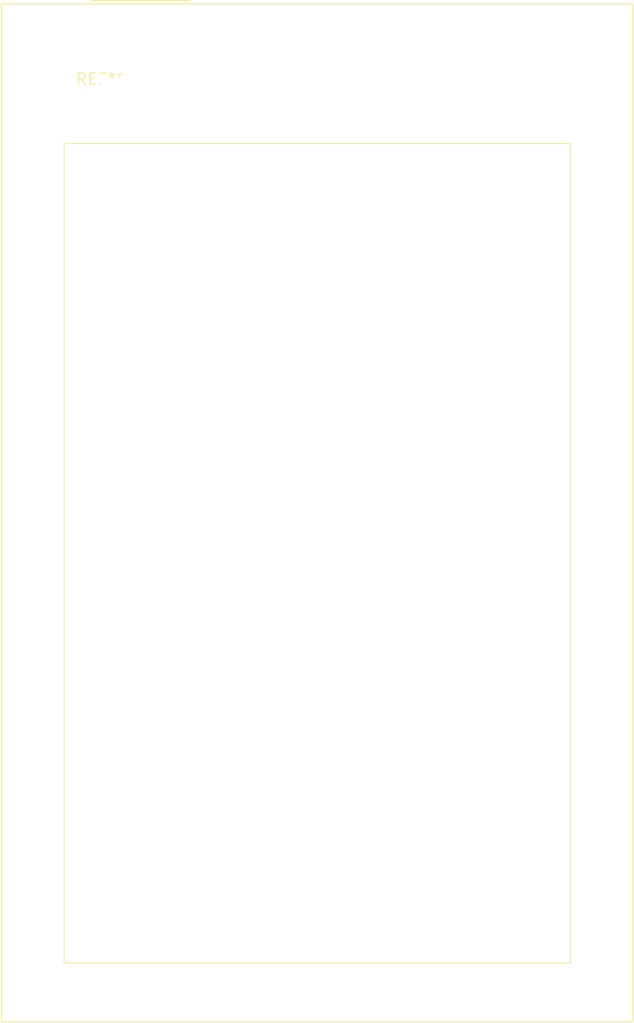
<source format=kicad_pcb>
(kicad_pcb (version 20240108) (generator pcbnew)
  (layers (0 "F.Cu" signal) (31 "B.Cu" signal) (34 "B.Paste" user) (35 "F.Paste" user) (36 "B.SilkS" user "B.Silkscreen") (37 "F.SilkS" user "F.Silkscreen") (38 "B.Mask" user) (39 "F.Mask" user) (44 "Edge.Cuts" user))
  (net 0 "")
  (footprint "EA_eDIP240-XXX" (layer "F.Cu") (at 0 0)
    (property "Reference" "REF**")
    (property "Value" "EA_eDIP240-XXX")
    (fp_line (start -11 -8.36) (end 59.25 -8.36) (layer "F.SilkS") (stroke (width 0.12)))
    (fp_line (start -11 104.88) (end -11 -8.36) (layer "F.SilkS") (stroke (width 0.12)))
    (fp_line (start -4.02 7.17) (end 52.28 7.17) (layer "F.SilkS") (stroke (width 0.12)))
    (fp_line (start -4.02 98.35) (end -4.02 7.17) (layer "F.SilkS") (stroke (width 0.12)))
    (fp_line (start -1 -8.74) (end 10 -8.74) (layer "F.SilkS") (stroke (width 0.12)))
    (fp_line (start 52.28 7.17) (end 52.28 98.35) (layer "F.SilkS") (stroke (width 0.12)))
    (fp_line (start 52.28 98.35) (end -4.02 98.35) (layer "F.SilkS") (stroke (width 0.12)))
    (fp_line (start 59.25 -8.36) (end 59.25 104.88) (layer "F.SilkS") (stroke (width 0.12)))
    (fp_line (start 59.25 104.88) (end -11 104.88) (layer "F.SilkS") (stroke (width 0.12)))
    (pad "1" thru_hole rect (at 0 0 180) (size 1.5 1.524) (drill 1) (layers *.Cu *.Mask) (remove_unused_layers))
    (pad "2" thru_hole circle (at 2.54 0 180) (size 1.5 1.5) (drill 1) (layers *.Cu *.Mask) (remove_unused_layers))
    (pad "3" thru_hole circle (at 5.08 0 180) (size 1.5 1.5) (drill 1) (layers *.Cu *.Mask) (remove_unused_layers))
    (pad "4" thru_hole circle (at 7.62 0 180) (size 1.5 1.5) (drill 1) (layers *.Cu *.Mask) (remove_unused_layers))
    (pad "5" thru_hole circle (at 10.16 0 180) (size 1.5 1.5) (drill 1) (layers *.Cu *.Mask) (remove_unused_layers))
    (pad "6" thru_hole circle (at 12.7 0 180) (size 1.5 1.5) (drill 1) (layers *.Cu *.Mask) (remove_unused_layers))
    (pad "7" thru_hole circle (at 15.24 0 180) (size 1.5 1.5) (drill 1) (layers *.Cu *.Mask) (remove_unused_layers))
    (pad "8" thru_hole circle (at 17.78 0 180) (size 1.5 1.5) (drill 1) (layers *.Cu *.Mask) (remove_unused_layers))
    (pad "9" thru_hole circle (at 20.32 0 180) (size 1.5 1.5) (drill 1) (layers *.Cu *.Mask) (remove_unused_layers))
    (pad "10" thru_hole circle (at 22.86 0 180) (size 1.5 1.5) (drill 1) (layers *.Cu *.Mask) (remove_unused_layers))
    (pad "11" thru_hole circle (at 25.4 0 180) (size 1.5 1.5) (drill 1) (layers *.Cu *.Mask) (remove_unused_layers))
    (pad "12" thru_hole circle (at 27.94 0 180) (size 1.5 1.5) (drill 1) (layers *.Cu *.Mask) (remove_unused_layers))
    (pad "13" thru_hole circle (at 30.48 0 180) (size 1.5 1.5) (drill 1) (layers *.Cu *.Mask) (remove_unused_layers))
    (pad "14" thru_hole circle (at 33.02 0 180) (size 1.5 1.5) (drill 1) (layers *.Cu *.Mask) (remove_unused_layers))
    (pad "15" thru_hole circle (at 35.56 0 180) (size 1.5 1.5) (drill 1) (layers *.Cu *.Mask) (remove_unused_layers))
    (pad "16" thru_hole circle (at 38.1 0 180) (size 1.5 1.5) (drill 1) (layers *.Cu *.Mask) (remove_unused_layers))
    (pad "17" thru_hole circle (at 40.64 0 180) (size 1.5 1.5) (drill 1) (layers *.Cu *.Mask) (remove_unused_layers))
    (pad "18" thru_hole circle (at 43.18 0 180) (size 1.5 1.5) (drill 1) (layers *.Cu *.Mask) (remove_unused_layers))
    (pad "19" thru_hole circle (at 45.72 0 180) (size 1.5 1.5) (drill 1) (layers *.Cu *.Mask) (remove_unused_layers))
    (pad "20" thru_hole circle (at 48.26 0 180) (size 1.5 1.5) (drill 1) (layers *.Cu *.Mask) (remove_unused_layers))
    (pad "21" thru_hole circle (at 48.26 96.52 180) (size 1.5 1.5) (drill 1) (layers *.Cu *.Mask) (remove_unused_layers))
    (pad "22" thru_hole circle (at 45.72 96.52 180) (size 1.5 1.5) (drill 1) (layers *.Cu *.Mask) (remove_unused_layers))
    (pad "23" thru_hole circle (at 43.18 96.52 180) (size 1.5 1.5) (drill 1) (layers *.Cu *.Mask) (remove_unused_layers))
    (pad "24" thru_hole circle (at 40.64 96.52 180) (size 1.5 1.5) (drill 1) (layers *.Cu *.Mask) (remove_unused_layers))
    (pad "25" thru_hole circle (at 38.1 96.52 180) (size 1.5 1.5) (drill 1) (layers *.Cu *.Mask) (remove_unused_layers))
    (pad "26" thru_hole circle (at 35.56 96.52 180) (size 1.5 1.5) (drill 1) (layers *.Cu *.Mask) (remove_unused_layers))
    (pad "27" thru_hole circle (at 33.02 96.52 180) (size 1.5 1.5) (drill 1) (layers *.Cu *.Mask) (remove_unused_layers))
    (pad "28" thru_hole circle (at 30.48 96.52 180) (size 1.5 1.5) (drill 1) (layers *.Cu *.Mask) (remove_unused_layers))
    (pad "29" thru_hole circle (at 27.94 96.52 180) (size 1.5 1.5) (drill 1) (layers *.Cu *.Mask) (remove_unused_layers))
    (pad "30" thru_hole circle (at 25.4 96.52 180) (size 1.5 1.5) (drill 1) (layers *.Cu *.Mask) (remove_unused_layers))
    (pad "31" thru_hole circle (at 22.86 96.52 180) (size 1.5 1.5) (drill 1) (layers *.Cu *.Mask) (remove_unused_layers))
    (pad "32" thru_hole circle (at 20.32 96.52 180) (size 1.5 1.5) (drill 1) (layers *.Cu *.Mask) (remove_unused_layers))
    (pad "33" thru_hole circle (at 17.78 96.52 180) (size 1.5 1.5) (drill 1) (layers *.Cu *.Mask) (remove_unused_layers))
    (pad "34" thru_hole circle (at 15.24 96.52 180) (size 1.5 1.5) (drill 1) (layers *.Cu *.Mask) (remove_unused_layers))
    (pad "35" thru_hole circle (at 12.7 96.52 180) (size 1.5 1.5) (drill 1) (layers *.Cu *.Mask) (remove_unused_layers))
    (pad "36" thru_hole circle (at 10.16 96.52 180) (size 1.5 1.5) (drill 1) (layers *.Cu *.Mask) (remove_unused_layers))
    (pad "37" thru_hole circle (at 7.62 96.52 180) (size 1.5 1.5) (drill 1) (layers *.Cu *.Mask) (remove_unused_layers))
    (pad "38" thru_hole circle (at 5.08 96.52 180) (size 1.5 1.5) (drill 1) (layers *.Cu *.Mask) (remove_unused_layers))
    (pad "39" thru_hole circle (at 2.54 96.52 180) (size 1.5 1.5) (drill 1) (layers *.Cu *.Mask) (remove_unused_layers))
    (pad "40" thru_hole circle (at 0 96.52 180) (size 1.5 1.5) (drill 1) (layers *.Cu *.Mask) (remove_unused_layers))
  )
)
</source>
